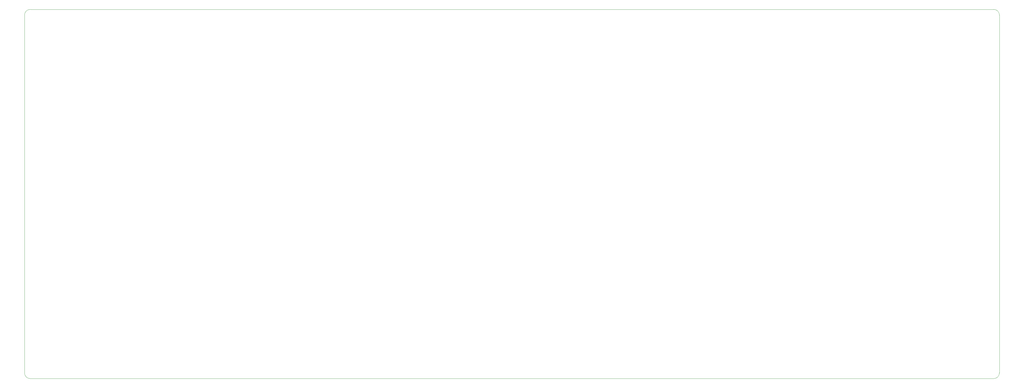
<source format=gbr>
%TF.GenerationSoftware,KiCad,Pcbnew,7.0.7*%
%TF.CreationDate,2023-10-13T15:10:29-04:00*%
%TF.ProjectId,Model A-1.0,4d6f6465-6c20-4412-9d31-2e302e6b6963,1.0*%
%TF.SameCoordinates,Original*%
%TF.FileFunction,Profile,NP*%
%FSLAX46Y46*%
G04 Gerber Fmt 4.6, Leading zero omitted, Abs format (unit mm)*
G04 Created by KiCad (PCBNEW 7.0.7) date 2023-10-13 15:10:29*
%MOMM*%
%LPD*%
G01*
G04 APERTURE LIST*
%TA.AperFunction,Profile*%
%ADD10C,0.100000*%
%TD*%
G04 APERTURE END LIST*
D10*
X37235000Y-162725000D02*
G75*
G03*
X39235000Y-164725000I2000000J0D01*
G01*
X39235000Y-35725000D02*
G75*
G03*
X37235000Y-37725000I0J-2000000D01*
G01*
X375235000Y-164725000D02*
G75*
G03*
X377235000Y-162725000I0J2000000D01*
G01*
X39235000Y-35725000D02*
X375235000Y-35725000D01*
X37235000Y-162725000D02*
X37235000Y-37725000D01*
X377235000Y-37725000D02*
X377235000Y-162725000D01*
X377235000Y-37725000D02*
G75*
G03*
X375235000Y-35725000I-2000000J0D01*
G01*
X375235000Y-164725000D02*
X39235000Y-164725000D01*
M02*

</source>
